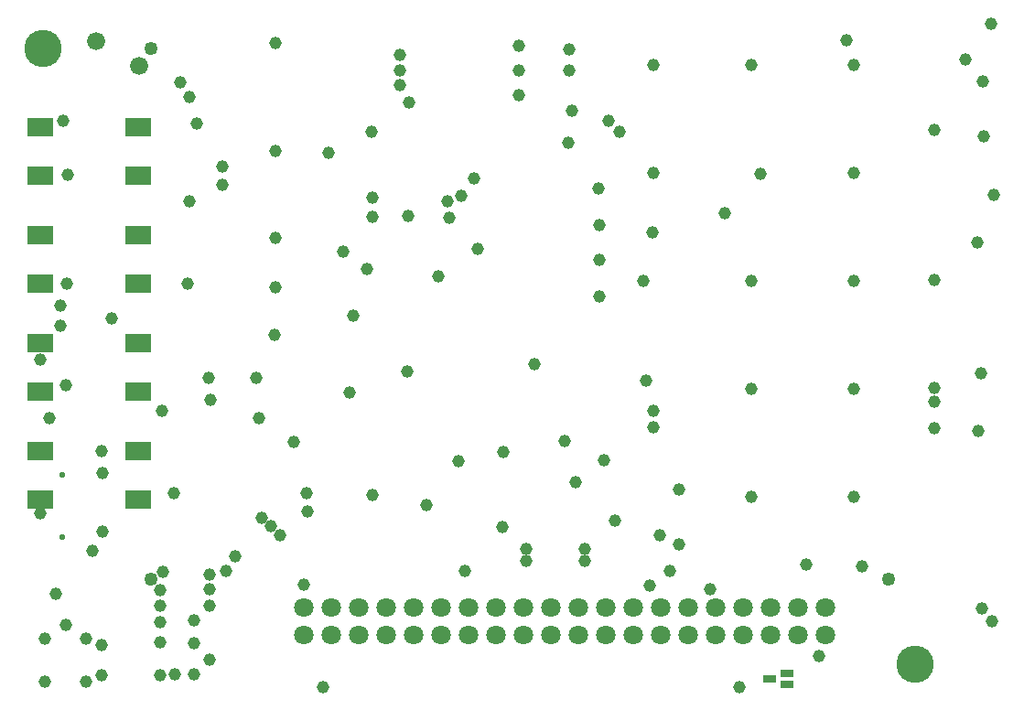
<source format=gbr>
G04 DesignSpark PCB PRO Gerber Version 10.0 Build 5299*
G04 #@! TF.Part,Single*
G04 #@! TF.FileFunction,Soldermask,Top*
G04 #@! TF.FilePolarity,Negative*
%FSLAX35Y35*%
%MOIN*%
G04 #@! TA.AperFunction,SMDPad,CuDef*
%ADD122R,0.04543X0.02575*%
%ADD121R,0.09268X0.06512*%
G04 #@! TA.AperFunction,ComponentPad*
%ADD123C,0.02280*%
G04 #@! TA.AperFunction,ViaPad*
%ADD116C,0.04543*%
G04 #@! TA.AperFunction,WasherPad*
%ADD118C,0.04937*%
G04 #@! TA.AperFunction,ViaPad*
%ADD117C,0.06600*%
G04 #@! TA.AperFunction,ComponentPad*
%ADD120C,0.07102*%
G04 #@! TA.AperFunction,WasherPad*
%ADD119C,0.13598*%
G04 #@! TD.AperFunction*
X0Y0D02*
D02*
D116*
X20578Y73229D03*
X20579Y129134D03*
X22547Y11811D03*
Y27559D03*
X24122Y107874D03*
X26287Y44095D03*
X28059Y141733D03*
Y148819D03*
X29240Y216339D03*
X30028Y32677D03*
Y120079D03*
X30421Y157087D03*
X30815Y196457D03*
X37508Y11811D03*
Y27559D03*
X39870Y59646D03*
X43020Y14173D03*
Y25197D03*
X43216Y96063D03*
X43413Y66536D03*
Y87993D03*
X46838Y144134D03*
X64279Y14173D03*
Y26378D03*
Y33465D03*
Y39764D03*
Y45276D03*
X65067Y110630D03*
X65460Y51969D03*
X69398Y80512D03*
X69791Y14567D03*
X71759Y230315D03*
X74319Y157087D03*
X74909Y186811D03*
Y224804D03*
X76878Y14567D03*
Y25984D03*
Y34252D03*
X77665Y215158D03*
X82193Y122638D03*
X82389Y20079D03*
Y39764D03*
Y45669D03*
Y50788D03*
X82783Y114567D03*
X86960Y192914D03*
Y199607D03*
X88295Y52363D03*
X91838Y57481D03*
X99515Y122638D03*
X100500Y107874D03*
X101287Y71654D03*
X104633Y68504D03*
X106208Y138189D03*
X106405Y155512D03*
Y173622D03*
Y205119D03*
Y244489D03*
X108177Y65355D03*
X113098Y99213D03*
X116641Y47244D03*
X117822Y80512D03*
X118019Y73820D03*
X123728Y10040D03*
X125696Y204725D03*
X131208Y168504D03*
X133374Y117323D03*
X134751Y145276D03*
X139870Y162205D03*
X141444Y212224D03*
X141838Y79922D03*
Y181299D03*
Y188189D03*
X151680Y229135D03*
Y234646D03*
Y240158D03*
X154437Y124804D03*
X154830Y181496D03*
X155224Y222835D03*
X161523Y76378D03*
X165854Y159449D03*
X169004Y187008D03*
X169791Y181103D03*
X173137Y92323D03*
X174122Y188976D03*
X175303Y52363D03*
X178846Y195276D03*
X180028Y169685D03*
X189082Y68111D03*
X189476Y95670D03*
X194988Y225591D03*
Y234646D03*
Y243701D03*
X197744Y55906D03*
Y60237D03*
X200894Y127559D03*
X211720Y99607D03*
X213098Y208268D03*
X213295Y234646D03*
X213492Y242126D03*
X214279Y220079D03*
X215854Y84646D03*
X219004Y55906D03*
Y60237D03*
X223925Y191733D03*
X224516Y152362D03*
Y165748D03*
Y178346D03*
X226090Y92520D03*
X227665Y216142D03*
X230027Y70473D03*
X231602Y212205D03*
X240264Y157874D03*
X241445Y121654D03*
X242626Y46851D03*
X243807Y175591D03*
X244201Y104724D03*
Y110630D03*
Y197244D03*
Y236614D03*
X246563Y65355D03*
X249909Y52363D03*
X253256Y61811D03*
Y81890D03*
X264870Y45670D03*
X270185Y182678D03*
X275500Y10040D03*
X279634Y79134D03*
Y118504D03*
Y157874D03*
Y236614D03*
X283177Y196851D03*
X299712Y54725D03*
X304437Y21260D03*
X314279Y245670D03*
X317035Y79134D03*
Y118504D03*
Y157874D03*
Y197244D03*
Y236614D03*
X320185Y53937D03*
X346563Y104331D03*
Y113977D03*
Y118898D03*
Y158268D03*
Y212993D03*
X357783Y238583D03*
X361917Y172048D03*
X362311Y103150D03*
X363492Y124213D03*
X363885Y38583D03*
X364082Y230512D03*
X364279Y210630D03*
X367232Y251772D03*
X367429Y33858D03*
X368019Y189370D03*
D02*
D117*
X41051Y245276D03*
X56799Y236221D03*
D02*
D118*
X60933Y49409D03*
X60933Y242717D03*
X329831Y49409D03*
D02*
D119*
X21759Y242520D03*
X339476Y18110D03*
D02*
D120*
X116618Y28859D03*
Y38859D03*
X126618Y28859D03*
Y38859D03*
X136618Y28859D03*
Y38859D03*
X146618Y28859D03*
Y38859D03*
X156618Y28859D03*
Y38859D03*
X166618Y28859D03*
Y38859D03*
X176618Y28859D03*
Y38859D03*
X186618Y28859D03*
Y38859D03*
X196618Y28859D03*
Y38859D03*
X206618Y28859D03*
Y38859D03*
X216618Y28859D03*
Y38859D03*
X226618Y28859D03*
Y38859D03*
X236618Y28859D03*
Y38859D03*
X246618Y28859D03*
Y38859D03*
X256618Y28859D03*
Y38859D03*
X266618Y28859D03*
Y38859D03*
X276618Y28859D03*
Y38859D03*
X286618Y28859D03*
Y38859D03*
X296618Y28859D03*
Y38859D03*
X306618Y28859D03*
Y38859D03*
D02*
D121*
X20677Y78150D03*
Y95866D03*
Y117520D03*
Y135236D03*
Y156890D03*
Y174606D03*
Y196260D03*
Y213976D03*
X56504Y78150D03*
Y95866D03*
Y117520D03*
Y135236D03*
Y156890D03*
Y174606D03*
Y196260D03*
Y213976D03*
D02*
D122*
X286326Y12993D03*
X292626Y11024D03*
Y14961D03*
D02*
D123*
X28858Y64606D03*
Y87362D03*
X0Y0D02*
M02*

</source>
